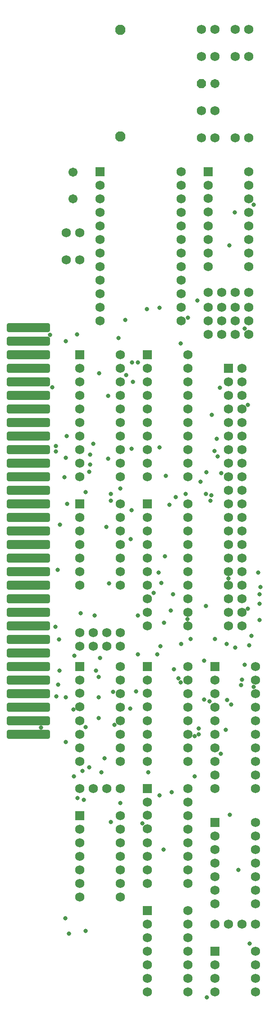
<source format=gts>
G04 Layer_Color=8388736*
%FSLAX44Y44*%
%MOMM*%
G71*
G01*
G75*
G04:AMPARAMS|DCode=24|XSize=1.7732mm|YSize=8.2032mm|CornerRadius=0.4941mm|HoleSize=0mm|Usage=FLASHONLY|Rotation=90.000|XOffset=0mm|YOffset=0mm|HoleType=Round|Shape=RoundedRectangle|*
%AMROUNDEDRECTD24*
21,1,1.7732,7.2150,0,0,90.0*
21,1,0.7850,8.2032,0,0,90.0*
1,1,0.9882,3.6075,0.3925*
1,1,0.9882,3.6075,-0.3925*
1,1,0.9882,-3.6075,-0.3925*
1,1,0.9882,-3.6075,0.3925*
%
%ADD24ROUNDEDRECTD24*%
%ADD25C,1.7272*%
%ADD26R,1.7272X1.7272*%
%ADD27C,1.7032*%
%ADD28P,1.8435X8X202.5*%
%ADD29C,1.9532*%
%ADD30C,0.8032*%
D24*
X-45720Y1282700D02*
D03*
Y673100D02*
D03*
Y647700D02*
D03*
Y1308100D02*
D03*
Y1206500D02*
D03*
Y1231900D02*
D03*
Y1257300D02*
D03*
Y1104900D02*
D03*
Y1130300D02*
D03*
Y1155700D02*
D03*
Y1181100D02*
D03*
Y1003300D02*
D03*
Y1028700D02*
D03*
Y1054100D02*
D03*
Y1079500D02*
D03*
Y901700D02*
D03*
Y927100D02*
D03*
Y952500D02*
D03*
Y977900D02*
D03*
Y800100D02*
D03*
Y825500D02*
D03*
Y850900D02*
D03*
Y876300D02*
D03*
Y723900D02*
D03*
Y749300D02*
D03*
Y774700D02*
D03*
Y698500D02*
D03*
Y622300D02*
D03*
Y596900D02*
D03*
Y571500D02*
D03*
Y546100D02*
D03*
D25*
X368300Y1295400D02*
D03*
X342900D02*
D03*
X368300Y1320800D02*
D03*
X342900D02*
D03*
X368300Y1346200D02*
D03*
X342900D02*
D03*
X292100Y1320800D02*
D03*
X317500D02*
D03*
X292100Y1295400D02*
D03*
X317500D02*
D03*
X292100Y1346200D02*
D03*
X317500D02*
D03*
X368300Y1374140D02*
D03*
X342900D02*
D03*
X292100D02*
D03*
X317500D02*
D03*
X355600Y1206500D02*
D03*
Y1181100D02*
D03*
Y1231900D02*
D03*
Y1130300D02*
D03*
Y1104900D02*
D03*
Y1155700D02*
D03*
Y1079500D02*
D03*
Y1054100D02*
D03*
X330200Y1181100D02*
D03*
X355600Y1028700D02*
D03*
Y1003300D02*
D03*
X330200Y1028700D02*
D03*
X355600Y977900D02*
D03*
Y952500D02*
D03*
Y901700D02*
D03*
Y876300D02*
D03*
Y927100D02*
D03*
Y850900D02*
D03*
Y825500D02*
D03*
X330200Y901700D02*
D03*
X355600Y774700D02*
D03*
Y749300D02*
D03*
Y800100D02*
D03*
X330200Y1206500D02*
D03*
Y1130300D02*
D03*
Y1104900D02*
D03*
Y1155700D02*
D03*
Y1079500D02*
D03*
Y1054100D02*
D03*
Y1003300D02*
D03*
Y977900D02*
D03*
Y927100D02*
D03*
Y876300D02*
D03*
Y952500D02*
D03*
Y850900D02*
D03*
Y825500D02*
D03*
Y800100D02*
D03*
Y749300D02*
D03*
Y774700D02*
D03*
X127000Y711200D02*
D03*
Y736600D02*
D03*
X101600Y711200D02*
D03*
Y736600D02*
D03*
X304800Y1714500D02*
D03*
X279400D02*
D03*
X368300Y1866900D02*
D03*
X342900D02*
D03*
X304800Y1663700D02*
D03*
X279400D02*
D03*
X342900D02*
D03*
X368300D02*
D03*
X292100Y1473200D02*
D03*
Y1447800D02*
D03*
Y1550200D02*
D03*
Y1525200D02*
D03*
X368300Y1473200D02*
D03*
Y1447800D02*
D03*
Y1524000D02*
D03*
Y1549400D02*
D03*
Y1600200D02*
D03*
X292100Y1498600D02*
D03*
Y1422400D02*
D03*
Y1574800D02*
D03*
X368300Y1422400D02*
D03*
Y1498600D02*
D03*
Y1574800D02*
D03*
X88900Y1320800D02*
D03*
Y1397000D02*
D03*
Y1371600D02*
D03*
Y1473200D02*
D03*
Y1447800D02*
D03*
Y1549400D02*
D03*
Y1524000D02*
D03*
X241300Y1320800D02*
D03*
Y1371600D02*
D03*
Y1397000D02*
D03*
Y1447800D02*
D03*
Y1473200D02*
D03*
Y1524000D02*
D03*
Y1549400D02*
D03*
Y1600200D02*
D03*
X88900Y1422400D02*
D03*
Y1346200D02*
D03*
Y1574800D02*
D03*
Y1498600D02*
D03*
X241300Y1346200D02*
D03*
Y1422400D02*
D03*
Y1498600D02*
D03*
Y1574800D02*
D03*
X177800Y1028700D02*
D03*
Y1104900D02*
D03*
Y1079500D02*
D03*
Y1181100D02*
D03*
Y1155700D02*
D03*
Y1231900D02*
D03*
X254000Y1028700D02*
D03*
Y1104900D02*
D03*
Y1079500D02*
D03*
Y1181100D02*
D03*
Y1155700D02*
D03*
Y1257300D02*
D03*
Y1231900D02*
D03*
X177800Y1130300D02*
D03*
Y1054100D02*
D03*
Y1206500D02*
D03*
X254000Y1130300D02*
D03*
Y1054100D02*
D03*
Y1206500D02*
D03*
X50800Y1028700D02*
D03*
Y1104900D02*
D03*
Y1079500D02*
D03*
Y1181100D02*
D03*
Y1155700D02*
D03*
Y1231900D02*
D03*
X127000Y1028700D02*
D03*
Y1104900D02*
D03*
Y1079500D02*
D03*
Y1181100D02*
D03*
Y1155700D02*
D03*
Y1257300D02*
D03*
Y1231900D02*
D03*
X50800Y1130300D02*
D03*
Y1054100D02*
D03*
Y1206500D02*
D03*
X127000Y1130300D02*
D03*
Y1054100D02*
D03*
Y1206500D02*
D03*
Y952500D02*
D03*
Y876300D02*
D03*
X50800Y952500D02*
D03*
Y876300D02*
D03*
X127000Y977900D02*
D03*
Y927100D02*
D03*
Y901700D02*
D03*
Y850900D02*
D03*
Y825500D02*
D03*
X50800Y901700D02*
D03*
Y927100D02*
D03*
Y825500D02*
D03*
Y850900D02*
D03*
X177800Y749300D02*
D03*
Y825500D02*
D03*
Y800100D02*
D03*
Y901700D02*
D03*
Y876300D02*
D03*
Y952500D02*
D03*
X254000Y749300D02*
D03*
Y825500D02*
D03*
Y800100D02*
D03*
Y901700D02*
D03*
Y876300D02*
D03*
Y977900D02*
D03*
Y952500D02*
D03*
X177800Y850900D02*
D03*
Y774700D02*
D03*
Y927100D02*
D03*
X254000Y850900D02*
D03*
Y774700D02*
D03*
Y927100D02*
D03*
X304800Y444500D02*
D03*
Y520700D02*
D03*
Y495300D02*
D03*
Y596900D02*
D03*
Y571500D02*
D03*
Y647700D02*
D03*
X381000Y444500D02*
D03*
Y520700D02*
D03*
Y495300D02*
D03*
Y596900D02*
D03*
Y571500D02*
D03*
Y673100D02*
D03*
Y647700D02*
D03*
X304800Y546100D02*
D03*
Y469900D02*
D03*
Y622300D02*
D03*
X381000Y546100D02*
D03*
Y469900D02*
D03*
Y622300D02*
D03*
X177800Y546100D02*
D03*
Y520700D02*
D03*
Y623100D02*
D03*
Y598100D02*
D03*
X254000Y546100D02*
D03*
Y520700D02*
D03*
Y596900D02*
D03*
Y622300D02*
D03*
Y673100D02*
D03*
X177800Y571500D02*
D03*
Y495300D02*
D03*
Y647700D02*
D03*
X254000Y495300D02*
D03*
Y571500D02*
D03*
Y647700D02*
D03*
X127000D02*
D03*
Y571500D02*
D03*
Y495300D02*
D03*
X50800Y647700D02*
D03*
Y495300D02*
D03*
Y571500D02*
D03*
X127000Y673100D02*
D03*
Y622300D02*
D03*
Y596900D02*
D03*
Y520700D02*
D03*
Y546100D02*
D03*
X50800Y598100D02*
D03*
Y623100D02*
D03*
Y520700D02*
D03*
Y546100D02*
D03*
X342900Y1816100D02*
D03*
X368300D02*
D03*
X50800Y444500D02*
D03*
X76200D02*
D03*
X127000D02*
D03*
X101600D02*
D03*
X76200Y736600D02*
D03*
Y711200D02*
D03*
X50800Y736600D02*
D03*
Y711200D02*
D03*
X381000Y190500D02*
D03*
X355600D02*
D03*
X304800Y1866900D02*
D03*
Y1816100D02*
D03*
X279400D02*
D03*
Y1866900D02*
D03*
X25400Y1435100D02*
D03*
Y1485900D02*
D03*
X50800D02*
D03*
Y1435100D02*
D03*
X304800Y190500D02*
D03*
X330200D02*
D03*
X304800Y114300D02*
D03*
X381000Y63500D02*
D03*
Y139700D02*
D03*
X304800Y63500D02*
D03*
Y88900D02*
D03*
X381000Y114300D02*
D03*
Y88900D02*
D03*
X254000Y190500D02*
D03*
Y114300D02*
D03*
X177800Y190500D02*
D03*
Y114300D02*
D03*
X254000Y215900D02*
D03*
Y165100D02*
D03*
Y139700D02*
D03*
Y88900D02*
D03*
Y63500D02*
D03*
X177800Y139700D02*
D03*
Y165100D02*
D03*
Y63500D02*
D03*
Y88900D02*
D03*
X381000Y355600D02*
D03*
Y279400D02*
D03*
X304800Y355600D02*
D03*
Y279400D02*
D03*
X381000Y381000D02*
D03*
Y330200D02*
D03*
Y304800D02*
D03*
Y254000D02*
D03*
Y228600D02*
D03*
X304800Y304800D02*
D03*
Y330200D02*
D03*
Y228600D02*
D03*
Y254000D02*
D03*
X254000Y419100D02*
D03*
Y342900D02*
D03*
Y266700D02*
D03*
X177800Y419100D02*
D03*
Y266700D02*
D03*
Y342900D02*
D03*
X254000Y444500D02*
D03*
Y393700D02*
D03*
Y368300D02*
D03*
Y292100D02*
D03*
Y317500D02*
D03*
X177800Y369500D02*
D03*
Y394500D02*
D03*
Y292100D02*
D03*
Y317500D02*
D03*
X127000Y368300D02*
D03*
Y292100D02*
D03*
X50800Y368300D02*
D03*
Y292100D02*
D03*
X127000Y393700D02*
D03*
Y342900D02*
D03*
Y317500D02*
D03*
Y266700D02*
D03*
Y241300D02*
D03*
X50800Y317500D02*
D03*
Y342900D02*
D03*
Y241300D02*
D03*
Y266700D02*
D03*
D26*
X330200Y1231900D02*
D03*
X292100Y1600200D02*
D03*
X88900D02*
D03*
X177800Y1257300D02*
D03*
X50800D02*
D03*
Y977900D02*
D03*
X177800D02*
D03*
X304800Y673100D02*
D03*
X177800D02*
D03*
X50800D02*
D03*
X304800Y139700D02*
D03*
X177800Y215900D02*
D03*
X304800Y381000D02*
D03*
X177800Y444500D02*
D03*
X50800Y393700D02*
D03*
D27*
X304800Y1765300D02*
D03*
X38100Y1549400D02*
D03*
Y1599400D02*
D03*
D28*
X279400Y1765300D02*
D03*
D29*
X127000Y1866240D02*
D03*
Y1666240D02*
D03*
D30*
X160021Y1243076D02*
D03*
X277623Y1019048D02*
D03*
X316993Y1035304D02*
D03*
X366777Y1163575D02*
D03*
X299053Y1144525D02*
D03*
X303785Y1076961D02*
D03*
X200661Y1084072D02*
D03*
X146547Y911861D02*
D03*
X308103Y1099820D02*
D03*
X109082Y983480D02*
D03*
X360935Y676885D02*
D03*
X58421Y423164D02*
D03*
X61977Y177547D02*
D03*
X240285Y1278129D02*
D03*
X253747Y1326897D02*
D03*
X386081Y849631D02*
D03*
X373381Y730759D02*
D03*
X388875Y790470D02*
D03*
X10415Y639572D02*
D03*
X24385Y532131D02*
D03*
X68581Y484124D02*
D03*
X266701Y467107D02*
D03*
X274136Y546100D02*
D03*
X200407Y1345439D02*
D03*
X219457Y975869D02*
D03*
X198883Y848868D02*
D03*
X156464Y626364D02*
D03*
X145543Y594361D02*
D03*
X266447Y543052D02*
D03*
X100585Y934975D02*
D03*
X249937Y996951D02*
D03*
X289561Y53087D02*
D03*
X176785Y1343152D02*
D03*
X149353Y1243076D02*
D03*
X76201Y1090930D02*
D03*
X78995Y768858D02*
D03*
X159767D02*
D03*
Y695960D02*
D03*
X196851D02*
D03*
X168403Y378969D02*
D03*
X332487Y395718D02*
D03*
X136145Y1322578D02*
D03*
X88901Y689102D02*
D03*
X86361Y576834D02*
D03*
X39625Y467615D02*
D03*
X23623Y201677D02*
D03*
X148083Y965922D02*
D03*
X348997Y292100D02*
D03*
X388875Y808229D02*
D03*
X203963Y829795D02*
D03*
X109475Y996189D02*
D03*
X298464Y994410D02*
D03*
X226061Y808736D02*
D03*
X127001Y1007021D02*
D03*
X325629Y554482D02*
D03*
X202439Y711200D02*
D03*
X81281Y665734D02*
D03*
X91695Y475234D02*
D03*
X179325D02*
D03*
X211075Y879603D02*
D03*
X61977Y999825D02*
D03*
X13463Y939037D02*
D03*
X24893Y1282700D02*
D03*
X327661Y610108D02*
D03*
X5335Y748030D02*
D03*
X40387Y693674D02*
D03*
X39117Y592836D02*
D03*
X115825Y563800D02*
D03*
X236221Y651510D02*
D03*
X223267Y438150D02*
D03*
X9145Y853949D02*
D03*
X189739Y811531D02*
D03*
X87123Y1222249D02*
D03*
X68581Y1037844D02*
D03*
X46229Y1295401D02*
D03*
X388621Y759968D02*
D03*
X366777Y781813D02*
D03*
X326899Y715518D02*
D03*
X104141Y1180339D02*
D03*
X113539Y625602D02*
D03*
X104141Y1062737D02*
D03*
X24385Y1064260D02*
D03*
X21845Y1027684D02*
D03*
X272289Y1358900D02*
D03*
X258827Y724965D02*
D03*
X287783Y786892D02*
D03*
Y996442D02*
D03*
X127000Y417831D02*
D03*
X341885Y1524000D02*
D03*
X315977Y509524D02*
D03*
X274575Y557531D02*
D03*
X353823Y638811D02*
D03*
X343155Y708914D02*
D03*
X200661Y431547D02*
D03*
X252985Y762001D02*
D03*
X208281Y329947D02*
D03*
X240793Y643636D02*
D03*
X227585Y667766D02*
D03*
X221743Y777748D02*
D03*
X24385Y615443D02*
D03*
X12447Y665759D02*
D03*
X284989Y611180D02*
D03*
X30227Y172467D02*
D03*
X55881Y477520D02*
D03*
X377445Y1538224D02*
D03*
X369063Y713232D02*
D03*
X86361Y653796D02*
D03*
Y615951D02*
D03*
X360681Y1306577D02*
D03*
X331780Y1462080D02*
D03*
X296165Y983488D02*
D03*
X335027Y602234D02*
D03*
X284989Y684023D02*
D03*
X289137Y1037337D02*
D03*
X70105Y1051307D02*
D03*
Y1070102D02*
D03*
X-21843Y559054D02*
D03*
X310285Y1066801D02*
D03*
X212853Y1030732D02*
D03*
X390756Y821945D02*
D03*
X230854Y990473D02*
D03*
X355855Y648970D02*
D03*
X377973Y635000D02*
D03*
X209043Y755396D02*
D03*
X109221Y382016D02*
D03*
X6097Y1076199D02*
D03*
X26163Y1104901D02*
D03*
X52571Y772660D02*
D03*
X304800Y725157D02*
D03*
X330121Y838201D02*
D03*
X123699Y1288289D02*
D03*
X313945Y1195324D02*
D03*
X138120Y1219201D02*
D03*
X148337Y1081533D02*
D03*
X150877Y1206500D02*
D03*
X241301Y715772D02*
D03*
X6097Y1086612D02*
D03*
X-761Y1196340D02*
D03*
X26925Y977900D02*
D03*
X369825Y154432D02*
D03*
X97861Y501651D02*
D03*
X106198Y828723D02*
D03*
X11939Y723900D02*
D03*
X61977Y560070D02*
D03*
X46991Y426721D02*
D03*
X7113Y617220D02*
D03*
X-4825Y1294892D02*
D03*
X294895Y607569D02*
D03*
M02*

</source>
